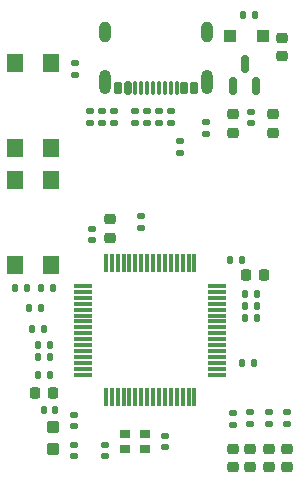
<source format=gbr>
%TF.GenerationSoftware,KiCad,Pcbnew,9.0.4*%
%TF.CreationDate,2025-09-05T15:19:02+01:00*%
%TF.ProjectId,MicroPython,4d696372-6f50-4797-9468-6f6e2e6b6963,rev?*%
%TF.SameCoordinates,Original*%
%TF.FileFunction,Paste,Top*%
%TF.FilePolarity,Positive*%
%FSLAX46Y46*%
G04 Gerber Fmt 4.6, Leading zero omitted, Abs format (unit mm)*
G04 Created by KiCad (PCBNEW 9.0.4) date 2025-09-05 15:19:02*
%MOMM*%
%LPD*%
G01*
G04 APERTURE LIST*
G04 Aperture macros list*
%AMRoundRect*
0 Rectangle with rounded corners*
0 $1 Rounding radius*
0 $2 $3 $4 $5 $6 $7 $8 $9 X,Y pos of 4 corners*
0 Add a 4 corners polygon primitive as box body*
4,1,4,$2,$3,$4,$5,$6,$7,$8,$9,$2,$3,0*
0 Add four circle primitives for the rounded corners*
1,1,$1+$1,$2,$3*
1,1,$1+$1,$4,$5*
1,1,$1+$1,$6,$7*
1,1,$1+$1,$8,$9*
0 Add four rect primitives between the rounded corners*
20,1,$1+$1,$2,$3,$4,$5,0*
20,1,$1+$1,$4,$5,$6,$7,0*
20,1,$1+$1,$6,$7,$8,$9,0*
20,1,$1+$1,$8,$9,$2,$3,0*%
G04 Aperture macros list end*
%ADD10RoundRect,0.250000X0.300000X0.300000X-0.300000X0.300000X-0.300000X-0.300000X0.300000X-0.300000X0*%
%ADD11RoundRect,0.218750X0.256250X-0.218750X0.256250X0.218750X-0.256250X0.218750X-0.256250X-0.218750X0*%
%ADD12RoundRect,0.140000X0.170000X-0.140000X0.170000X0.140000X-0.170000X0.140000X-0.170000X-0.140000X0*%
%ADD13RoundRect,0.135000X0.135000X0.185000X-0.135000X0.185000X-0.135000X-0.185000X0.135000X-0.185000X0*%
%ADD14RoundRect,0.140000X-0.170000X0.140000X-0.170000X-0.140000X0.170000X-0.140000X0.170000X0.140000X0*%
%ADD15RoundRect,0.150000X0.150000X0.400000X-0.150000X0.400000X-0.150000X-0.400000X0.150000X-0.400000X0*%
%ADD16RoundRect,0.075000X0.075000X0.500000X-0.075000X0.500000X-0.075000X-0.500000X0.075000X-0.500000X0*%
%ADD17RoundRect,0.150000X0.150000X0.425000X-0.150000X0.425000X-0.150000X-0.425000X0.150000X-0.425000X0*%
%ADD18O,1.000000X2.100000*%
%ADD19O,1.000000X1.800000*%
%ADD20RoundRect,0.135000X-0.185000X0.135000X-0.185000X-0.135000X0.185000X-0.135000X0.185000X0.135000X0*%
%ADD21RoundRect,0.250000X-0.300000X0.275000X-0.300000X-0.275000X0.300000X-0.275000X0.300000X0.275000X0*%
%ADD22RoundRect,0.225000X0.250000X-0.225000X0.250000X0.225000X-0.250000X0.225000X-0.250000X-0.225000X0*%
%ADD23RoundRect,0.147500X-0.172500X0.147500X-0.172500X-0.147500X0.172500X-0.147500X0.172500X0.147500X0*%
%ADD24RoundRect,0.135000X-0.135000X-0.185000X0.135000X-0.185000X0.135000X0.185000X-0.135000X0.185000X0*%
%ADD25RoundRect,0.225000X-0.250000X0.225000X-0.250000X-0.225000X0.250000X-0.225000X0.250000X0.225000X0*%
%ADD26RoundRect,0.225000X-0.225000X-0.250000X0.225000X-0.250000X0.225000X0.250000X-0.225000X0.250000X0*%
%ADD27RoundRect,0.135000X0.185000X-0.135000X0.185000X0.135000X-0.185000X0.135000X-0.185000X-0.135000X0*%
%ADD28RoundRect,0.140000X-0.140000X-0.170000X0.140000X-0.170000X0.140000X0.170000X-0.140000X0.170000X0*%
%ADD29R,0.900000X0.800000*%
%ADD30R,1.400000X1.600000*%
%ADD31RoundRect,0.140000X0.140000X0.170000X-0.140000X0.170000X-0.140000X-0.170000X0.140000X-0.170000X0*%
%ADD32RoundRect,0.225000X0.225000X0.250000X-0.225000X0.250000X-0.225000X-0.250000X0.225000X-0.250000X0*%
%ADD33RoundRect,0.075000X0.075000X-0.700000X0.075000X0.700000X-0.075000X0.700000X-0.075000X-0.700000X0*%
%ADD34RoundRect,0.075000X0.700000X-0.075000X0.700000X0.075000X-0.700000X0.075000X-0.700000X-0.075000X0*%
%ADD35RoundRect,0.150000X0.150000X-0.587500X0.150000X0.587500X-0.150000X0.587500X-0.150000X-0.587500X0*%
G04 APERTURE END LIST*
D10*
%TO.C,D1*%
X151768000Y-97282000D03*
X148968000Y-97282000D03*
%TD*%
D11*
%TO.C,D5*%
X153797000Y-133756500D03*
X153797000Y-132181500D03*
%TD*%
D12*
%TO.C,C22*%
X135763000Y-130272000D03*
X135763000Y-129312000D03*
%TD*%
D13*
%TO.C,R10*%
X132971000Y-120267000D03*
X131951000Y-120267000D03*
%TD*%
D14*
%TO.C,C19*%
X139192000Y-103632000D03*
X139192000Y-104592000D03*
%TD*%
D15*
%TO.C,J10*%
X145948000Y-101686000D03*
X145148000Y-101686000D03*
D16*
X143998000Y-101686000D03*
X142998000Y-101686000D03*
X142498000Y-101686000D03*
X141498000Y-101686000D03*
D17*
X140348000Y-101686000D03*
D15*
X139548000Y-101686000D03*
X139548000Y-101686000D03*
D17*
X140348000Y-101686000D03*
D16*
X140998000Y-101686000D03*
X141998000Y-101686000D03*
X143498000Y-101686000D03*
X144498000Y-101686000D03*
D15*
X145148000Y-101686000D03*
X145948000Y-101686000D03*
D18*
X147068000Y-101111000D03*
D19*
X147068000Y-96931000D03*
D18*
X138428000Y-101111000D03*
D19*
X138428000Y-96931000D03*
%TD*%
D20*
%TO.C,R23*%
X140970000Y-103592000D03*
X140970000Y-104612000D03*
%TD*%
D21*
%TO.C,X2*%
X133985000Y-130391000D03*
X133985000Y-132241000D03*
%TD*%
D22*
%TO.C,C5*%
X138811000Y-114311000D03*
X138811000Y-112761000D03*
%TD*%
D20*
%TO.C,R19*%
X141478000Y-112518000D03*
X141478000Y-113538000D03*
%TD*%
D13*
%TO.C,R14*%
X151299000Y-120140000D03*
X150279000Y-120140000D03*
%TD*%
D23*
%TO.C,FB1*%
X150749000Y-103655000D03*
X150749000Y-104625000D03*
%TD*%
D24*
%TO.C,R11*%
X150279000Y-121156000D03*
X151299000Y-121156000D03*
%TD*%
D20*
%TO.C,R7*%
X150698200Y-129117000D03*
X150698200Y-130137000D03*
%TD*%
%TO.C,R8*%
X152273000Y-129117000D03*
X152273000Y-130137000D03*
%TD*%
D25*
%TO.C,C1*%
X153416000Y-97396000D03*
X153416000Y-98946000D03*
%TD*%
D11*
%TO.C,D2*%
X149225000Y-133767300D03*
X149225000Y-132192300D03*
%TD*%
D13*
%TO.C,R15*%
X151299000Y-119124000D03*
X150279000Y-119124000D03*
%TD*%
D26*
%TO.C,C4*%
X150355000Y-117473000D03*
X151905000Y-117473000D03*
%TD*%
D20*
%TO.C,R9*%
X153847800Y-129117000D03*
X153847800Y-130137000D03*
%TD*%
D27*
%TO.C,R16*%
X135890000Y-100584000D03*
X135890000Y-99564000D03*
%TD*%
%TO.C,R3*%
X141986000Y-104612000D03*
X141986000Y-103592000D03*
%TD*%
D28*
%TO.C,C15*%
X149039000Y-116203000D03*
X149999000Y-116203000D03*
%TD*%
D29*
%TO.C,X1*%
X140145000Y-132195000D03*
X141795000Y-132195000D03*
X141795000Y-130945000D03*
X140145000Y-130945000D03*
%TD*%
D25*
%TO.C,C2*%
X152654000Y-103873000D03*
X152654000Y-105423000D03*
%TD*%
D14*
%TO.C,C8*%
X138430000Y-131852000D03*
X138430000Y-132812000D03*
%TD*%
D24*
%TO.C,R13*%
X132753000Y-123442000D03*
X133773000Y-123442000D03*
%TD*%
D11*
%TO.C,D3*%
X150710200Y-133756500D03*
X150710200Y-132181500D03*
%TD*%
D28*
%TO.C,C12*%
X150055000Y-124966000D03*
X151015000Y-124966000D03*
%TD*%
D30*
%TO.C,SW1*%
X133834000Y-109428000D03*
X133834000Y-116628000D03*
X130834000Y-109428000D03*
X130834000Y-116628000D03*
%TD*%
D31*
%TO.C,C6*%
X131798000Y-118616000D03*
X130838000Y-118616000D03*
%TD*%
D32*
%TO.C,C16*%
X134038000Y-127506000D03*
X132488000Y-127506000D03*
%TD*%
D12*
%TO.C,C23*%
X137160000Y-104592000D03*
X137160000Y-103632000D03*
%TD*%
D24*
%TO.C,R21*%
X132967000Y-118616000D03*
X133987000Y-118616000D03*
%TD*%
D14*
%TO.C,C7*%
X143510000Y-131090000D03*
X143510000Y-132050000D03*
%TD*%
D24*
%TO.C,R1*%
X150112000Y-95504000D03*
X151132000Y-95504000D03*
%TD*%
D33*
%TO.C,U1*%
X138490000Y-127847000D03*
X138990000Y-127847000D03*
X139490000Y-127847000D03*
X139990000Y-127847000D03*
X140490000Y-127847000D03*
X140990000Y-127847000D03*
X141490000Y-127847000D03*
X141990000Y-127847000D03*
X142490000Y-127847000D03*
X142990000Y-127847000D03*
X143490000Y-127847000D03*
X143990000Y-127847000D03*
X144490000Y-127847000D03*
X144990000Y-127847000D03*
X145490000Y-127847000D03*
X145990000Y-127847000D03*
D34*
X147915000Y-125922000D03*
X147915000Y-125422000D03*
X147915000Y-124922000D03*
X147915000Y-124422000D03*
X147915000Y-123922000D03*
X147915000Y-123422000D03*
X147915000Y-122922000D03*
X147915000Y-122422000D03*
X147915000Y-121922000D03*
X147915000Y-121422000D03*
X147915000Y-120922000D03*
X147915000Y-120422000D03*
X147915000Y-119922000D03*
X147915000Y-119422000D03*
X147915000Y-118922000D03*
X147915000Y-118422000D03*
D33*
X145990000Y-116497000D03*
X145490000Y-116497000D03*
X144990000Y-116497000D03*
X144490000Y-116497000D03*
X143990000Y-116497000D03*
X143490000Y-116497000D03*
X142990000Y-116497000D03*
X142490000Y-116497000D03*
X141990000Y-116497000D03*
X141490000Y-116497000D03*
X140990000Y-116497000D03*
X140490000Y-116497000D03*
X139990000Y-116497000D03*
X139490000Y-116497000D03*
X138990000Y-116497000D03*
X138490000Y-116497000D03*
D34*
X136565000Y-118422000D03*
X136565000Y-118922000D03*
X136565000Y-119422000D03*
X136565000Y-119922000D03*
X136565000Y-120422000D03*
X136565000Y-120922000D03*
X136565000Y-121422000D03*
X136565000Y-121922000D03*
X136565000Y-122422000D03*
X136565000Y-122922000D03*
X136565000Y-123422000D03*
X136565000Y-123922000D03*
X136565000Y-124422000D03*
X136565000Y-124922000D03*
X136565000Y-125422000D03*
X136565000Y-125922000D03*
%TD*%
D13*
%TO.C,R22*%
X133773000Y-124458000D03*
X132753000Y-124458000D03*
%TD*%
D27*
%TO.C,R18*%
X138176000Y-104622000D03*
X138176000Y-103602000D03*
%TD*%
D22*
%TO.C,C17*%
X149225000Y-105423000D03*
X149225000Y-103873000D03*
%TD*%
D20*
%TO.C,R24*%
X144018000Y-103592000D03*
X144018000Y-104612000D03*
%TD*%
D24*
%TO.C,R12*%
X132205000Y-122045000D03*
X133225000Y-122045000D03*
%TD*%
D35*
%TO.C,U2*%
X149291000Y-101521500D03*
X151191000Y-101521500D03*
X150241000Y-99646500D03*
%TD*%
D11*
%TO.C,D4*%
X152273000Y-133756500D03*
X152273000Y-132181500D03*
%TD*%
D30*
%TO.C,SW2*%
X133834000Y-99522000D03*
X133834000Y-106722000D03*
X130834000Y-99522000D03*
X130834000Y-106722000D03*
%TD*%
D27*
%TO.C,R2*%
X144780000Y-107152000D03*
X144780000Y-106132000D03*
%TD*%
D31*
%TO.C,C13*%
X133743000Y-125982000D03*
X132783000Y-125982000D03*
%TD*%
D12*
%TO.C,C18*%
X146939000Y-105509000D03*
X146939000Y-104549000D03*
%TD*%
D20*
%TO.C,R6*%
X149225000Y-129159000D03*
X149225000Y-130179000D03*
%TD*%
D31*
%TO.C,C11*%
X134211000Y-128903000D03*
X133251000Y-128903000D03*
%TD*%
D14*
%TO.C,C21*%
X135763000Y-131852000D03*
X135763000Y-132812000D03*
%TD*%
D27*
%TO.C,R4*%
X143002000Y-104612000D03*
X143002000Y-103592000D03*
%TD*%
D12*
%TO.C,C14*%
X137287000Y-114524000D03*
X137287000Y-113564000D03*
%TD*%
M02*

</source>
